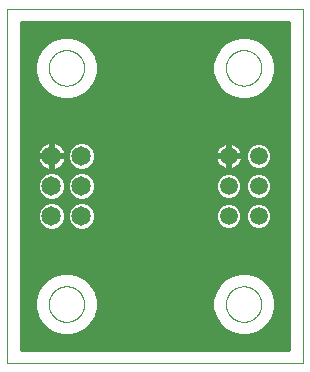
<source format=gtl>
G75*
%MOIN*%
%OFA0B0*%
%FSLAX25Y25*%
%IPPOS*%
%LPD*%
%AMOC8*
5,1,8,0,0,1.08239X$1,22.5*
%
%ADD10C,0.00000*%
%ADD11C,0.05937*%
%ADD12C,0.06496*%
%ADD13C,0.00984*%
D10*
X0001492Y0001492D02*
X0001492Y0119602D01*
X0099917Y0119602D01*
X0099917Y0001492D01*
X0001492Y0001492D01*
X0015271Y0021177D02*
X0015273Y0021330D01*
X0015279Y0021484D01*
X0015289Y0021637D01*
X0015303Y0021789D01*
X0015321Y0021942D01*
X0015343Y0022093D01*
X0015368Y0022244D01*
X0015398Y0022395D01*
X0015432Y0022545D01*
X0015469Y0022693D01*
X0015510Y0022841D01*
X0015555Y0022987D01*
X0015604Y0023133D01*
X0015657Y0023277D01*
X0015713Y0023419D01*
X0015773Y0023560D01*
X0015837Y0023700D01*
X0015904Y0023838D01*
X0015975Y0023974D01*
X0016050Y0024108D01*
X0016127Y0024240D01*
X0016209Y0024370D01*
X0016293Y0024498D01*
X0016381Y0024624D01*
X0016472Y0024747D01*
X0016566Y0024868D01*
X0016664Y0024986D01*
X0016764Y0025102D01*
X0016868Y0025215D01*
X0016974Y0025326D01*
X0017083Y0025434D01*
X0017195Y0025539D01*
X0017309Y0025640D01*
X0017427Y0025739D01*
X0017546Y0025835D01*
X0017668Y0025928D01*
X0017793Y0026017D01*
X0017920Y0026104D01*
X0018049Y0026186D01*
X0018180Y0026266D01*
X0018313Y0026342D01*
X0018448Y0026415D01*
X0018585Y0026484D01*
X0018724Y0026549D01*
X0018864Y0026611D01*
X0019006Y0026669D01*
X0019149Y0026724D01*
X0019294Y0026775D01*
X0019440Y0026822D01*
X0019587Y0026865D01*
X0019735Y0026904D01*
X0019884Y0026940D01*
X0020034Y0026971D01*
X0020185Y0026999D01*
X0020336Y0027023D01*
X0020489Y0027043D01*
X0020641Y0027059D01*
X0020794Y0027071D01*
X0020947Y0027079D01*
X0021100Y0027083D01*
X0021254Y0027083D01*
X0021407Y0027079D01*
X0021560Y0027071D01*
X0021713Y0027059D01*
X0021865Y0027043D01*
X0022018Y0027023D01*
X0022169Y0026999D01*
X0022320Y0026971D01*
X0022470Y0026940D01*
X0022619Y0026904D01*
X0022767Y0026865D01*
X0022914Y0026822D01*
X0023060Y0026775D01*
X0023205Y0026724D01*
X0023348Y0026669D01*
X0023490Y0026611D01*
X0023630Y0026549D01*
X0023769Y0026484D01*
X0023906Y0026415D01*
X0024041Y0026342D01*
X0024174Y0026266D01*
X0024305Y0026186D01*
X0024434Y0026104D01*
X0024561Y0026017D01*
X0024686Y0025928D01*
X0024808Y0025835D01*
X0024927Y0025739D01*
X0025045Y0025640D01*
X0025159Y0025539D01*
X0025271Y0025434D01*
X0025380Y0025326D01*
X0025486Y0025215D01*
X0025590Y0025102D01*
X0025690Y0024986D01*
X0025788Y0024868D01*
X0025882Y0024747D01*
X0025973Y0024624D01*
X0026061Y0024498D01*
X0026145Y0024370D01*
X0026227Y0024240D01*
X0026304Y0024108D01*
X0026379Y0023974D01*
X0026450Y0023838D01*
X0026517Y0023700D01*
X0026581Y0023560D01*
X0026641Y0023419D01*
X0026697Y0023277D01*
X0026750Y0023133D01*
X0026799Y0022987D01*
X0026844Y0022841D01*
X0026885Y0022693D01*
X0026922Y0022545D01*
X0026956Y0022395D01*
X0026986Y0022244D01*
X0027011Y0022093D01*
X0027033Y0021942D01*
X0027051Y0021789D01*
X0027065Y0021637D01*
X0027075Y0021484D01*
X0027081Y0021330D01*
X0027083Y0021177D01*
X0027081Y0021024D01*
X0027075Y0020870D01*
X0027065Y0020717D01*
X0027051Y0020565D01*
X0027033Y0020412D01*
X0027011Y0020261D01*
X0026986Y0020110D01*
X0026956Y0019959D01*
X0026922Y0019809D01*
X0026885Y0019661D01*
X0026844Y0019513D01*
X0026799Y0019367D01*
X0026750Y0019221D01*
X0026697Y0019077D01*
X0026641Y0018935D01*
X0026581Y0018794D01*
X0026517Y0018654D01*
X0026450Y0018516D01*
X0026379Y0018380D01*
X0026304Y0018246D01*
X0026227Y0018114D01*
X0026145Y0017984D01*
X0026061Y0017856D01*
X0025973Y0017730D01*
X0025882Y0017607D01*
X0025788Y0017486D01*
X0025690Y0017368D01*
X0025590Y0017252D01*
X0025486Y0017139D01*
X0025380Y0017028D01*
X0025271Y0016920D01*
X0025159Y0016815D01*
X0025045Y0016714D01*
X0024927Y0016615D01*
X0024808Y0016519D01*
X0024686Y0016426D01*
X0024561Y0016337D01*
X0024434Y0016250D01*
X0024305Y0016168D01*
X0024174Y0016088D01*
X0024041Y0016012D01*
X0023906Y0015939D01*
X0023769Y0015870D01*
X0023630Y0015805D01*
X0023490Y0015743D01*
X0023348Y0015685D01*
X0023205Y0015630D01*
X0023060Y0015579D01*
X0022914Y0015532D01*
X0022767Y0015489D01*
X0022619Y0015450D01*
X0022470Y0015414D01*
X0022320Y0015383D01*
X0022169Y0015355D01*
X0022018Y0015331D01*
X0021865Y0015311D01*
X0021713Y0015295D01*
X0021560Y0015283D01*
X0021407Y0015275D01*
X0021254Y0015271D01*
X0021100Y0015271D01*
X0020947Y0015275D01*
X0020794Y0015283D01*
X0020641Y0015295D01*
X0020489Y0015311D01*
X0020336Y0015331D01*
X0020185Y0015355D01*
X0020034Y0015383D01*
X0019884Y0015414D01*
X0019735Y0015450D01*
X0019587Y0015489D01*
X0019440Y0015532D01*
X0019294Y0015579D01*
X0019149Y0015630D01*
X0019006Y0015685D01*
X0018864Y0015743D01*
X0018724Y0015805D01*
X0018585Y0015870D01*
X0018448Y0015939D01*
X0018313Y0016012D01*
X0018180Y0016088D01*
X0018049Y0016168D01*
X0017920Y0016250D01*
X0017793Y0016337D01*
X0017668Y0016426D01*
X0017546Y0016519D01*
X0017427Y0016615D01*
X0017309Y0016714D01*
X0017195Y0016815D01*
X0017083Y0016920D01*
X0016974Y0017028D01*
X0016868Y0017139D01*
X0016764Y0017252D01*
X0016664Y0017368D01*
X0016566Y0017486D01*
X0016472Y0017607D01*
X0016381Y0017730D01*
X0016293Y0017856D01*
X0016209Y0017984D01*
X0016127Y0018114D01*
X0016050Y0018246D01*
X0015975Y0018380D01*
X0015904Y0018516D01*
X0015837Y0018654D01*
X0015773Y0018794D01*
X0015713Y0018935D01*
X0015657Y0019077D01*
X0015604Y0019221D01*
X0015555Y0019367D01*
X0015510Y0019513D01*
X0015469Y0019661D01*
X0015432Y0019809D01*
X0015398Y0019959D01*
X0015368Y0020110D01*
X0015343Y0020261D01*
X0015321Y0020412D01*
X0015303Y0020565D01*
X0015289Y0020717D01*
X0015279Y0020870D01*
X0015273Y0021024D01*
X0015271Y0021177D01*
X0074326Y0021177D02*
X0074328Y0021330D01*
X0074334Y0021484D01*
X0074344Y0021637D01*
X0074358Y0021789D01*
X0074376Y0021942D01*
X0074398Y0022093D01*
X0074423Y0022244D01*
X0074453Y0022395D01*
X0074487Y0022545D01*
X0074524Y0022693D01*
X0074565Y0022841D01*
X0074610Y0022987D01*
X0074659Y0023133D01*
X0074712Y0023277D01*
X0074768Y0023419D01*
X0074828Y0023560D01*
X0074892Y0023700D01*
X0074959Y0023838D01*
X0075030Y0023974D01*
X0075105Y0024108D01*
X0075182Y0024240D01*
X0075264Y0024370D01*
X0075348Y0024498D01*
X0075436Y0024624D01*
X0075527Y0024747D01*
X0075621Y0024868D01*
X0075719Y0024986D01*
X0075819Y0025102D01*
X0075923Y0025215D01*
X0076029Y0025326D01*
X0076138Y0025434D01*
X0076250Y0025539D01*
X0076364Y0025640D01*
X0076482Y0025739D01*
X0076601Y0025835D01*
X0076723Y0025928D01*
X0076848Y0026017D01*
X0076975Y0026104D01*
X0077104Y0026186D01*
X0077235Y0026266D01*
X0077368Y0026342D01*
X0077503Y0026415D01*
X0077640Y0026484D01*
X0077779Y0026549D01*
X0077919Y0026611D01*
X0078061Y0026669D01*
X0078204Y0026724D01*
X0078349Y0026775D01*
X0078495Y0026822D01*
X0078642Y0026865D01*
X0078790Y0026904D01*
X0078939Y0026940D01*
X0079089Y0026971D01*
X0079240Y0026999D01*
X0079391Y0027023D01*
X0079544Y0027043D01*
X0079696Y0027059D01*
X0079849Y0027071D01*
X0080002Y0027079D01*
X0080155Y0027083D01*
X0080309Y0027083D01*
X0080462Y0027079D01*
X0080615Y0027071D01*
X0080768Y0027059D01*
X0080920Y0027043D01*
X0081073Y0027023D01*
X0081224Y0026999D01*
X0081375Y0026971D01*
X0081525Y0026940D01*
X0081674Y0026904D01*
X0081822Y0026865D01*
X0081969Y0026822D01*
X0082115Y0026775D01*
X0082260Y0026724D01*
X0082403Y0026669D01*
X0082545Y0026611D01*
X0082685Y0026549D01*
X0082824Y0026484D01*
X0082961Y0026415D01*
X0083096Y0026342D01*
X0083229Y0026266D01*
X0083360Y0026186D01*
X0083489Y0026104D01*
X0083616Y0026017D01*
X0083741Y0025928D01*
X0083863Y0025835D01*
X0083982Y0025739D01*
X0084100Y0025640D01*
X0084214Y0025539D01*
X0084326Y0025434D01*
X0084435Y0025326D01*
X0084541Y0025215D01*
X0084645Y0025102D01*
X0084745Y0024986D01*
X0084843Y0024868D01*
X0084937Y0024747D01*
X0085028Y0024624D01*
X0085116Y0024498D01*
X0085200Y0024370D01*
X0085282Y0024240D01*
X0085359Y0024108D01*
X0085434Y0023974D01*
X0085505Y0023838D01*
X0085572Y0023700D01*
X0085636Y0023560D01*
X0085696Y0023419D01*
X0085752Y0023277D01*
X0085805Y0023133D01*
X0085854Y0022987D01*
X0085899Y0022841D01*
X0085940Y0022693D01*
X0085977Y0022545D01*
X0086011Y0022395D01*
X0086041Y0022244D01*
X0086066Y0022093D01*
X0086088Y0021942D01*
X0086106Y0021789D01*
X0086120Y0021637D01*
X0086130Y0021484D01*
X0086136Y0021330D01*
X0086138Y0021177D01*
X0086136Y0021024D01*
X0086130Y0020870D01*
X0086120Y0020717D01*
X0086106Y0020565D01*
X0086088Y0020412D01*
X0086066Y0020261D01*
X0086041Y0020110D01*
X0086011Y0019959D01*
X0085977Y0019809D01*
X0085940Y0019661D01*
X0085899Y0019513D01*
X0085854Y0019367D01*
X0085805Y0019221D01*
X0085752Y0019077D01*
X0085696Y0018935D01*
X0085636Y0018794D01*
X0085572Y0018654D01*
X0085505Y0018516D01*
X0085434Y0018380D01*
X0085359Y0018246D01*
X0085282Y0018114D01*
X0085200Y0017984D01*
X0085116Y0017856D01*
X0085028Y0017730D01*
X0084937Y0017607D01*
X0084843Y0017486D01*
X0084745Y0017368D01*
X0084645Y0017252D01*
X0084541Y0017139D01*
X0084435Y0017028D01*
X0084326Y0016920D01*
X0084214Y0016815D01*
X0084100Y0016714D01*
X0083982Y0016615D01*
X0083863Y0016519D01*
X0083741Y0016426D01*
X0083616Y0016337D01*
X0083489Y0016250D01*
X0083360Y0016168D01*
X0083229Y0016088D01*
X0083096Y0016012D01*
X0082961Y0015939D01*
X0082824Y0015870D01*
X0082685Y0015805D01*
X0082545Y0015743D01*
X0082403Y0015685D01*
X0082260Y0015630D01*
X0082115Y0015579D01*
X0081969Y0015532D01*
X0081822Y0015489D01*
X0081674Y0015450D01*
X0081525Y0015414D01*
X0081375Y0015383D01*
X0081224Y0015355D01*
X0081073Y0015331D01*
X0080920Y0015311D01*
X0080768Y0015295D01*
X0080615Y0015283D01*
X0080462Y0015275D01*
X0080309Y0015271D01*
X0080155Y0015271D01*
X0080002Y0015275D01*
X0079849Y0015283D01*
X0079696Y0015295D01*
X0079544Y0015311D01*
X0079391Y0015331D01*
X0079240Y0015355D01*
X0079089Y0015383D01*
X0078939Y0015414D01*
X0078790Y0015450D01*
X0078642Y0015489D01*
X0078495Y0015532D01*
X0078349Y0015579D01*
X0078204Y0015630D01*
X0078061Y0015685D01*
X0077919Y0015743D01*
X0077779Y0015805D01*
X0077640Y0015870D01*
X0077503Y0015939D01*
X0077368Y0016012D01*
X0077235Y0016088D01*
X0077104Y0016168D01*
X0076975Y0016250D01*
X0076848Y0016337D01*
X0076723Y0016426D01*
X0076601Y0016519D01*
X0076482Y0016615D01*
X0076364Y0016714D01*
X0076250Y0016815D01*
X0076138Y0016920D01*
X0076029Y0017028D01*
X0075923Y0017139D01*
X0075819Y0017252D01*
X0075719Y0017368D01*
X0075621Y0017486D01*
X0075527Y0017607D01*
X0075436Y0017730D01*
X0075348Y0017856D01*
X0075264Y0017984D01*
X0075182Y0018114D01*
X0075105Y0018246D01*
X0075030Y0018380D01*
X0074959Y0018516D01*
X0074892Y0018654D01*
X0074828Y0018794D01*
X0074768Y0018935D01*
X0074712Y0019077D01*
X0074659Y0019221D01*
X0074610Y0019367D01*
X0074565Y0019513D01*
X0074524Y0019661D01*
X0074487Y0019809D01*
X0074453Y0019959D01*
X0074423Y0020110D01*
X0074398Y0020261D01*
X0074376Y0020412D01*
X0074358Y0020565D01*
X0074344Y0020717D01*
X0074334Y0020870D01*
X0074328Y0021024D01*
X0074326Y0021177D01*
X0074326Y0099917D02*
X0074328Y0100070D01*
X0074334Y0100224D01*
X0074344Y0100377D01*
X0074358Y0100529D01*
X0074376Y0100682D01*
X0074398Y0100833D01*
X0074423Y0100984D01*
X0074453Y0101135D01*
X0074487Y0101285D01*
X0074524Y0101433D01*
X0074565Y0101581D01*
X0074610Y0101727D01*
X0074659Y0101873D01*
X0074712Y0102017D01*
X0074768Y0102159D01*
X0074828Y0102300D01*
X0074892Y0102440D01*
X0074959Y0102578D01*
X0075030Y0102714D01*
X0075105Y0102848D01*
X0075182Y0102980D01*
X0075264Y0103110D01*
X0075348Y0103238D01*
X0075436Y0103364D01*
X0075527Y0103487D01*
X0075621Y0103608D01*
X0075719Y0103726D01*
X0075819Y0103842D01*
X0075923Y0103955D01*
X0076029Y0104066D01*
X0076138Y0104174D01*
X0076250Y0104279D01*
X0076364Y0104380D01*
X0076482Y0104479D01*
X0076601Y0104575D01*
X0076723Y0104668D01*
X0076848Y0104757D01*
X0076975Y0104844D01*
X0077104Y0104926D01*
X0077235Y0105006D01*
X0077368Y0105082D01*
X0077503Y0105155D01*
X0077640Y0105224D01*
X0077779Y0105289D01*
X0077919Y0105351D01*
X0078061Y0105409D01*
X0078204Y0105464D01*
X0078349Y0105515D01*
X0078495Y0105562D01*
X0078642Y0105605D01*
X0078790Y0105644D01*
X0078939Y0105680D01*
X0079089Y0105711D01*
X0079240Y0105739D01*
X0079391Y0105763D01*
X0079544Y0105783D01*
X0079696Y0105799D01*
X0079849Y0105811D01*
X0080002Y0105819D01*
X0080155Y0105823D01*
X0080309Y0105823D01*
X0080462Y0105819D01*
X0080615Y0105811D01*
X0080768Y0105799D01*
X0080920Y0105783D01*
X0081073Y0105763D01*
X0081224Y0105739D01*
X0081375Y0105711D01*
X0081525Y0105680D01*
X0081674Y0105644D01*
X0081822Y0105605D01*
X0081969Y0105562D01*
X0082115Y0105515D01*
X0082260Y0105464D01*
X0082403Y0105409D01*
X0082545Y0105351D01*
X0082685Y0105289D01*
X0082824Y0105224D01*
X0082961Y0105155D01*
X0083096Y0105082D01*
X0083229Y0105006D01*
X0083360Y0104926D01*
X0083489Y0104844D01*
X0083616Y0104757D01*
X0083741Y0104668D01*
X0083863Y0104575D01*
X0083982Y0104479D01*
X0084100Y0104380D01*
X0084214Y0104279D01*
X0084326Y0104174D01*
X0084435Y0104066D01*
X0084541Y0103955D01*
X0084645Y0103842D01*
X0084745Y0103726D01*
X0084843Y0103608D01*
X0084937Y0103487D01*
X0085028Y0103364D01*
X0085116Y0103238D01*
X0085200Y0103110D01*
X0085282Y0102980D01*
X0085359Y0102848D01*
X0085434Y0102714D01*
X0085505Y0102578D01*
X0085572Y0102440D01*
X0085636Y0102300D01*
X0085696Y0102159D01*
X0085752Y0102017D01*
X0085805Y0101873D01*
X0085854Y0101727D01*
X0085899Y0101581D01*
X0085940Y0101433D01*
X0085977Y0101285D01*
X0086011Y0101135D01*
X0086041Y0100984D01*
X0086066Y0100833D01*
X0086088Y0100682D01*
X0086106Y0100529D01*
X0086120Y0100377D01*
X0086130Y0100224D01*
X0086136Y0100070D01*
X0086138Y0099917D01*
X0086136Y0099764D01*
X0086130Y0099610D01*
X0086120Y0099457D01*
X0086106Y0099305D01*
X0086088Y0099152D01*
X0086066Y0099001D01*
X0086041Y0098850D01*
X0086011Y0098699D01*
X0085977Y0098549D01*
X0085940Y0098401D01*
X0085899Y0098253D01*
X0085854Y0098107D01*
X0085805Y0097961D01*
X0085752Y0097817D01*
X0085696Y0097675D01*
X0085636Y0097534D01*
X0085572Y0097394D01*
X0085505Y0097256D01*
X0085434Y0097120D01*
X0085359Y0096986D01*
X0085282Y0096854D01*
X0085200Y0096724D01*
X0085116Y0096596D01*
X0085028Y0096470D01*
X0084937Y0096347D01*
X0084843Y0096226D01*
X0084745Y0096108D01*
X0084645Y0095992D01*
X0084541Y0095879D01*
X0084435Y0095768D01*
X0084326Y0095660D01*
X0084214Y0095555D01*
X0084100Y0095454D01*
X0083982Y0095355D01*
X0083863Y0095259D01*
X0083741Y0095166D01*
X0083616Y0095077D01*
X0083489Y0094990D01*
X0083360Y0094908D01*
X0083229Y0094828D01*
X0083096Y0094752D01*
X0082961Y0094679D01*
X0082824Y0094610D01*
X0082685Y0094545D01*
X0082545Y0094483D01*
X0082403Y0094425D01*
X0082260Y0094370D01*
X0082115Y0094319D01*
X0081969Y0094272D01*
X0081822Y0094229D01*
X0081674Y0094190D01*
X0081525Y0094154D01*
X0081375Y0094123D01*
X0081224Y0094095D01*
X0081073Y0094071D01*
X0080920Y0094051D01*
X0080768Y0094035D01*
X0080615Y0094023D01*
X0080462Y0094015D01*
X0080309Y0094011D01*
X0080155Y0094011D01*
X0080002Y0094015D01*
X0079849Y0094023D01*
X0079696Y0094035D01*
X0079544Y0094051D01*
X0079391Y0094071D01*
X0079240Y0094095D01*
X0079089Y0094123D01*
X0078939Y0094154D01*
X0078790Y0094190D01*
X0078642Y0094229D01*
X0078495Y0094272D01*
X0078349Y0094319D01*
X0078204Y0094370D01*
X0078061Y0094425D01*
X0077919Y0094483D01*
X0077779Y0094545D01*
X0077640Y0094610D01*
X0077503Y0094679D01*
X0077368Y0094752D01*
X0077235Y0094828D01*
X0077104Y0094908D01*
X0076975Y0094990D01*
X0076848Y0095077D01*
X0076723Y0095166D01*
X0076601Y0095259D01*
X0076482Y0095355D01*
X0076364Y0095454D01*
X0076250Y0095555D01*
X0076138Y0095660D01*
X0076029Y0095768D01*
X0075923Y0095879D01*
X0075819Y0095992D01*
X0075719Y0096108D01*
X0075621Y0096226D01*
X0075527Y0096347D01*
X0075436Y0096470D01*
X0075348Y0096596D01*
X0075264Y0096724D01*
X0075182Y0096854D01*
X0075105Y0096986D01*
X0075030Y0097120D01*
X0074959Y0097256D01*
X0074892Y0097394D01*
X0074828Y0097534D01*
X0074768Y0097675D01*
X0074712Y0097817D01*
X0074659Y0097961D01*
X0074610Y0098107D01*
X0074565Y0098253D01*
X0074524Y0098401D01*
X0074487Y0098549D01*
X0074453Y0098699D01*
X0074423Y0098850D01*
X0074398Y0099001D01*
X0074376Y0099152D01*
X0074358Y0099305D01*
X0074344Y0099457D01*
X0074334Y0099610D01*
X0074328Y0099764D01*
X0074326Y0099917D01*
X0015271Y0099917D02*
X0015273Y0100070D01*
X0015279Y0100224D01*
X0015289Y0100377D01*
X0015303Y0100529D01*
X0015321Y0100682D01*
X0015343Y0100833D01*
X0015368Y0100984D01*
X0015398Y0101135D01*
X0015432Y0101285D01*
X0015469Y0101433D01*
X0015510Y0101581D01*
X0015555Y0101727D01*
X0015604Y0101873D01*
X0015657Y0102017D01*
X0015713Y0102159D01*
X0015773Y0102300D01*
X0015837Y0102440D01*
X0015904Y0102578D01*
X0015975Y0102714D01*
X0016050Y0102848D01*
X0016127Y0102980D01*
X0016209Y0103110D01*
X0016293Y0103238D01*
X0016381Y0103364D01*
X0016472Y0103487D01*
X0016566Y0103608D01*
X0016664Y0103726D01*
X0016764Y0103842D01*
X0016868Y0103955D01*
X0016974Y0104066D01*
X0017083Y0104174D01*
X0017195Y0104279D01*
X0017309Y0104380D01*
X0017427Y0104479D01*
X0017546Y0104575D01*
X0017668Y0104668D01*
X0017793Y0104757D01*
X0017920Y0104844D01*
X0018049Y0104926D01*
X0018180Y0105006D01*
X0018313Y0105082D01*
X0018448Y0105155D01*
X0018585Y0105224D01*
X0018724Y0105289D01*
X0018864Y0105351D01*
X0019006Y0105409D01*
X0019149Y0105464D01*
X0019294Y0105515D01*
X0019440Y0105562D01*
X0019587Y0105605D01*
X0019735Y0105644D01*
X0019884Y0105680D01*
X0020034Y0105711D01*
X0020185Y0105739D01*
X0020336Y0105763D01*
X0020489Y0105783D01*
X0020641Y0105799D01*
X0020794Y0105811D01*
X0020947Y0105819D01*
X0021100Y0105823D01*
X0021254Y0105823D01*
X0021407Y0105819D01*
X0021560Y0105811D01*
X0021713Y0105799D01*
X0021865Y0105783D01*
X0022018Y0105763D01*
X0022169Y0105739D01*
X0022320Y0105711D01*
X0022470Y0105680D01*
X0022619Y0105644D01*
X0022767Y0105605D01*
X0022914Y0105562D01*
X0023060Y0105515D01*
X0023205Y0105464D01*
X0023348Y0105409D01*
X0023490Y0105351D01*
X0023630Y0105289D01*
X0023769Y0105224D01*
X0023906Y0105155D01*
X0024041Y0105082D01*
X0024174Y0105006D01*
X0024305Y0104926D01*
X0024434Y0104844D01*
X0024561Y0104757D01*
X0024686Y0104668D01*
X0024808Y0104575D01*
X0024927Y0104479D01*
X0025045Y0104380D01*
X0025159Y0104279D01*
X0025271Y0104174D01*
X0025380Y0104066D01*
X0025486Y0103955D01*
X0025590Y0103842D01*
X0025690Y0103726D01*
X0025788Y0103608D01*
X0025882Y0103487D01*
X0025973Y0103364D01*
X0026061Y0103238D01*
X0026145Y0103110D01*
X0026227Y0102980D01*
X0026304Y0102848D01*
X0026379Y0102714D01*
X0026450Y0102578D01*
X0026517Y0102440D01*
X0026581Y0102300D01*
X0026641Y0102159D01*
X0026697Y0102017D01*
X0026750Y0101873D01*
X0026799Y0101727D01*
X0026844Y0101581D01*
X0026885Y0101433D01*
X0026922Y0101285D01*
X0026956Y0101135D01*
X0026986Y0100984D01*
X0027011Y0100833D01*
X0027033Y0100682D01*
X0027051Y0100529D01*
X0027065Y0100377D01*
X0027075Y0100224D01*
X0027081Y0100070D01*
X0027083Y0099917D01*
X0027081Y0099764D01*
X0027075Y0099610D01*
X0027065Y0099457D01*
X0027051Y0099305D01*
X0027033Y0099152D01*
X0027011Y0099001D01*
X0026986Y0098850D01*
X0026956Y0098699D01*
X0026922Y0098549D01*
X0026885Y0098401D01*
X0026844Y0098253D01*
X0026799Y0098107D01*
X0026750Y0097961D01*
X0026697Y0097817D01*
X0026641Y0097675D01*
X0026581Y0097534D01*
X0026517Y0097394D01*
X0026450Y0097256D01*
X0026379Y0097120D01*
X0026304Y0096986D01*
X0026227Y0096854D01*
X0026145Y0096724D01*
X0026061Y0096596D01*
X0025973Y0096470D01*
X0025882Y0096347D01*
X0025788Y0096226D01*
X0025690Y0096108D01*
X0025590Y0095992D01*
X0025486Y0095879D01*
X0025380Y0095768D01*
X0025271Y0095660D01*
X0025159Y0095555D01*
X0025045Y0095454D01*
X0024927Y0095355D01*
X0024808Y0095259D01*
X0024686Y0095166D01*
X0024561Y0095077D01*
X0024434Y0094990D01*
X0024305Y0094908D01*
X0024174Y0094828D01*
X0024041Y0094752D01*
X0023906Y0094679D01*
X0023769Y0094610D01*
X0023630Y0094545D01*
X0023490Y0094483D01*
X0023348Y0094425D01*
X0023205Y0094370D01*
X0023060Y0094319D01*
X0022914Y0094272D01*
X0022767Y0094229D01*
X0022619Y0094190D01*
X0022470Y0094154D01*
X0022320Y0094123D01*
X0022169Y0094095D01*
X0022018Y0094071D01*
X0021865Y0094051D01*
X0021713Y0094035D01*
X0021560Y0094023D01*
X0021407Y0094015D01*
X0021254Y0094011D01*
X0021100Y0094011D01*
X0020947Y0094015D01*
X0020794Y0094023D01*
X0020641Y0094035D01*
X0020489Y0094051D01*
X0020336Y0094071D01*
X0020185Y0094095D01*
X0020034Y0094123D01*
X0019884Y0094154D01*
X0019735Y0094190D01*
X0019587Y0094229D01*
X0019440Y0094272D01*
X0019294Y0094319D01*
X0019149Y0094370D01*
X0019006Y0094425D01*
X0018864Y0094483D01*
X0018724Y0094545D01*
X0018585Y0094610D01*
X0018448Y0094679D01*
X0018313Y0094752D01*
X0018180Y0094828D01*
X0018049Y0094908D01*
X0017920Y0094990D01*
X0017793Y0095077D01*
X0017668Y0095166D01*
X0017546Y0095259D01*
X0017427Y0095355D01*
X0017309Y0095454D01*
X0017195Y0095555D01*
X0017083Y0095660D01*
X0016974Y0095768D01*
X0016868Y0095879D01*
X0016764Y0095992D01*
X0016664Y0096108D01*
X0016566Y0096226D01*
X0016472Y0096347D01*
X0016381Y0096470D01*
X0016293Y0096596D01*
X0016209Y0096724D01*
X0016127Y0096854D01*
X0016050Y0096986D01*
X0015975Y0097120D01*
X0015904Y0097256D01*
X0015837Y0097394D01*
X0015773Y0097534D01*
X0015713Y0097675D01*
X0015657Y0097817D01*
X0015604Y0097961D01*
X0015555Y0098107D01*
X0015510Y0098253D01*
X0015469Y0098401D01*
X0015432Y0098549D01*
X0015398Y0098699D01*
X0015368Y0098850D01*
X0015343Y0099001D01*
X0015321Y0099152D01*
X0015303Y0099305D01*
X0015289Y0099457D01*
X0015279Y0099610D01*
X0015273Y0099764D01*
X0015271Y0099917D01*
D11*
X0075232Y0070547D03*
X0075232Y0060547D03*
X0075232Y0050547D03*
X0085232Y0050547D03*
X0085232Y0060547D03*
X0085232Y0070547D03*
D12*
X0026177Y0070547D03*
X0026177Y0060547D03*
X0026177Y0050547D03*
X0016177Y0050547D03*
X0016177Y0060547D03*
X0016177Y0070547D03*
D13*
X0015685Y0070286D02*
X0005984Y0070286D01*
X0005984Y0071268D02*
X0011492Y0071268D01*
X0011456Y0071039D02*
X0015685Y0071039D01*
X0015685Y0070055D01*
X0016669Y0070055D01*
X0016669Y0065826D01*
X0017287Y0065924D01*
X0017997Y0066154D01*
X0018662Y0066493D01*
X0019265Y0066932D01*
X0019793Y0067459D01*
X0020231Y0068063D01*
X0020570Y0068728D01*
X0020801Y0069437D01*
X0020898Y0070055D01*
X0016669Y0070055D01*
X0016669Y0071039D01*
X0020898Y0071039D01*
X0020801Y0071657D01*
X0020570Y0072367D01*
X0020231Y0073032D01*
X0019793Y0073635D01*
X0019265Y0074163D01*
X0018662Y0074601D01*
X0017997Y0074940D01*
X0017287Y0075171D01*
X0016669Y0075269D01*
X0016669Y0071039D01*
X0015685Y0071039D01*
X0015685Y0075269D01*
X0015067Y0075171D01*
X0014358Y0074940D01*
X0013693Y0074601D01*
X0013089Y0074163D01*
X0012562Y0073635D01*
X0012123Y0073032D01*
X0011784Y0072367D01*
X0011554Y0071657D01*
X0011456Y0071039D01*
X0011456Y0070055D02*
X0011554Y0069437D01*
X0011784Y0068728D01*
X0012123Y0068063D01*
X0012562Y0067459D01*
X0013089Y0066932D01*
X0013693Y0066493D01*
X0014358Y0066154D01*
X0015067Y0065924D01*
X0015685Y0065826D01*
X0015685Y0070055D01*
X0011456Y0070055D01*
X0011597Y0069303D02*
X0005984Y0069303D01*
X0005984Y0068320D02*
X0011992Y0068320D01*
X0012684Y0067337D02*
X0005984Y0067337D01*
X0005984Y0066355D02*
X0013965Y0066355D01*
X0015274Y0065087D02*
X0013605Y0064396D01*
X0012328Y0063119D01*
X0011637Y0061450D01*
X0011637Y0059644D01*
X0012328Y0057975D01*
X0013605Y0056698D01*
X0015274Y0056007D01*
X0017080Y0056007D01*
X0018749Y0056698D01*
X0020026Y0057975D01*
X0020717Y0059644D01*
X0020717Y0061450D01*
X0020026Y0063119D01*
X0018749Y0064396D01*
X0017080Y0065087D01*
X0015274Y0065087D01*
X0015685Y0066355D02*
X0016669Y0066355D01*
X0016669Y0067337D02*
X0015685Y0067337D01*
X0015685Y0068320D02*
X0016669Y0068320D01*
X0016669Y0069303D02*
X0015685Y0069303D01*
X0016669Y0070286D02*
X0021637Y0070286D01*
X0021637Y0069644D02*
X0022328Y0067975D01*
X0023605Y0066698D01*
X0025274Y0066007D01*
X0027080Y0066007D01*
X0028749Y0066698D01*
X0030026Y0067975D01*
X0030717Y0069644D01*
X0030717Y0071450D01*
X0030026Y0073119D01*
X0028749Y0074396D01*
X0027080Y0075087D01*
X0025274Y0075087D01*
X0023605Y0074396D01*
X0022328Y0073119D01*
X0021637Y0071450D01*
X0021637Y0069644D01*
X0021778Y0069303D02*
X0020757Y0069303D01*
X0020362Y0068320D02*
X0022185Y0068320D01*
X0022966Y0067337D02*
X0019671Y0067337D01*
X0018390Y0066355D02*
X0024435Y0066355D01*
X0025274Y0065087D02*
X0023605Y0064396D01*
X0022328Y0063119D01*
X0021637Y0061450D01*
X0021637Y0059644D01*
X0022328Y0057975D01*
X0023605Y0056698D01*
X0025274Y0056007D01*
X0027080Y0056007D01*
X0028749Y0056698D01*
X0030026Y0057975D01*
X0030717Y0059644D01*
X0030717Y0061450D01*
X0030026Y0063119D01*
X0028749Y0064396D01*
X0027080Y0065087D01*
X0025274Y0065087D01*
X0023598Y0064389D02*
X0018756Y0064389D01*
X0019739Y0063406D02*
X0022615Y0063406D01*
X0022040Y0062423D02*
X0020314Y0062423D01*
X0020717Y0061441D02*
X0021637Y0061441D01*
X0021637Y0060458D02*
X0020717Y0060458D01*
X0020647Y0059475D02*
X0021707Y0059475D01*
X0022114Y0058492D02*
X0020240Y0058492D01*
X0019560Y0057510D02*
X0022794Y0057510D01*
X0024019Y0056527D02*
X0018335Y0056527D01*
X0018350Y0054561D02*
X0024004Y0054561D01*
X0023605Y0054396D02*
X0022328Y0053119D01*
X0021637Y0051450D01*
X0021637Y0049644D01*
X0022328Y0047975D01*
X0023605Y0046698D01*
X0025274Y0046007D01*
X0027080Y0046007D01*
X0028749Y0046698D01*
X0030026Y0047975D01*
X0030717Y0049644D01*
X0030717Y0051450D01*
X0030026Y0053119D01*
X0028749Y0054396D01*
X0027080Y0055087D01*
X0025274Y0055087D01*
X0023605Y0054396D01*
X0022788Y0053579D02*
X0019567Y0053579D01*
X0020026Y0053119D02*
X0018749Y0054396D01*
X0017080Y0055087D01*
X0015274Y0055087D01*
X0013605Y0054396D01*
X0012328Y0053119D01*
X0011637Y0051450D01*
X0011637Y0049644D01*
X0012328Y0047975D01*
X0013605Y0046698D01*
X0015274Y0046007D01*
X0017080Y0046007D01*
X0018749Y0046698D01*
X0020026Y0047975D01*
X0020717Y0049644D01*
X0020717Y0051450D01*
X0020026Y0053119D01*
X0020243Y0052596D02*
X0022111Y0052596D01*
X0021704Y0051613D02*
X0020650Y0051613D01*
X0020717Y0050630D02*
X0021637Y0050630D01*
X0021637Y0049648D02*
X0020717Y0049648D01*
X0020312Y0048665D02*
X0022043Y0048665D01*
X0022622Y0047682D02*
X0019733Y0047682D01*
X0018750Y0046699D02*
X0023604Y0046699D01*
X0028750Y0046699D02*
X0073389Y0046699D01*
X0072819Y0046935D02*
X0074385Y0046287D01*
X0076080Y0046287D01*
X0077646Y0046935D01*
X0078844Y0048134D01*
X0079493Y0049700D01*
X0079493Y0051395D01*
X0078844Y0052961D01*
X0077646Y0054159D01*
X0076080Y0054808D01*
X0074385Y0054808D01*
X0072819Y0054159D01*
X0071620Y0052961D01*
X0070972Y0051395D01*
X0070972Y0049700D01*
X0071620Y0048134D01*
X0072819Y0046935D01*
X0072072Y0047682D02*
X0029733Y0047682D01*
X0030312Y0048665D02*
X0071400Y0048665D01*
X0070993Y0049648D02*
X0030717Y0049648D01*
X0030717Y0050630D02*
X0070972Y0050630D01*
X0071062Y0051613D02*
X0030650Y0051613D01*
X0030243Y0052596D02*
X0071469Y0052596D01*
X0072238Y0053579D02*
X0029567Y0053579D01*
X0028350Y0054561D02*
X0073790Y0054561D01*
X0074385Y0056287D02*
X0076080Y0056287D01*
X0077646Y0056935D01*
X0078844Y0058134D01*
X0079493Y0059700D01*
X0079493Y0061395D01*
X0078844Y0062961D01*
X0077646Y0064159D01*
X0076080Y0064808D01*
X0074385Y0064808D01*
X0072819Y0064159D01*
X0071620Y0062961D01*
X0070972Y0061395D01*
X0070972Y0059700D01*
X0071620Y0058134D01*
X0072819Y0056935D01*
X0074385Y0056287D01*
X0073805Y0056527D02*
X0028335Y0056527D01*
X0029560Y0057510D02*
X0072244Y0057510D01*
X0071472Y0058492D02*
X0030240Y0058492D01*
X0030647Y0059475D02*
X0071065Y0059475D01*
X0070972Y0060458D02*
X0030717Y0060458D01*
X0030717Y0061441D02*
X0070991Y0061441D01*
X0071398Y0062423D02*
X0030314Y0062423D01*
X0029739Y0063406D02*
X0072066Y0063406D01*
X0073373Y0064389D02*
X0028756Y0064389D01*
X0027919Y0066355D02*
X0073701Y0066355D01*
X0073520Y0066413D02*
X0074188Y0066196D01*
X0074740Y0066109D01*
X0074740Y0070055D01*
X0070794Y0070055D01*
X0070881Y0069503D01*
X0071098Y0068835D01*
X0071417Y0068209D01*
X0071830Y0067641D01*
X0072326Y0067145D01*
X0072894Y0066732D01*
X0073520Y0066413D01*
X0074740Y0066355D02*
X0075724Y0066355D01*
X0075724Y0066109D02*
X0076277Y0066196D01*
X0076945Y0066413D01*
X0077570Y0066732D01*
X0078138Y0067145D01*
X0078635Y0067641D01*
X0079047Y0068209D01*
X0079366Y0068835D01*
X0079583Y0069503D01*
X0079671Y0070055D01*
X0075724Y0070055D01*
X0075724Y0066109D01*
X0076763Y0066355D02*
X0084221Y0066355D01*
X0084385Y0066287D02*
X0086080Y0066287D01*
X0087646Y0066935D01*
X0088844Y0068134D01*
X0089493Y0069700D01*
X0089493Y0071395D01*
X0088844Y0072961D01*
X0087646Y0074159D01*
X0086080Y0074808D01*
X0084385Y0074808D01*
X0082819Y0074159D01*
X0081620Y0072961D01*
X0080972Y0071395D01*
X0080972Y0069700D01*
X0081620Y0068134D01*
X0082819Y0066935D01*
X0084385Y0066287D01*
X0084385Y0064808D02*
X0082819Y0064159D01*
X0081620Y0062961D01*
X0080972Y0061395D01*
X0080972Y0059700D01*
X0081620Y0058134D01*
X0082819Y0056935D01*
X0084385Y0056287D01*
X0086080Y0056287D01*
X0087646Y0056935D01*
X0088844Y0058134D01*
X0089493Y0059700D01*
X0089493Y0061395D01*
X0088844Y0062961D01*
X0087646Y0064159D01*
X0086080Y0064808D01*
X0084385Y0064808D01*
X0083373Y0064389D02*
X0077091Y0064389D01*
X0078399Y0063406D02*
X0082066Y0063406D01*
X0081398Y0062423D02*
X0079067Y0062423D01*
X0079474Y0061441D02*
X0080991Y0061441D01*
X0080972Y0060458D02*
X0079493Y0060458D01*
X0079400Y0059475D02*
X0081065Y0059475D01*
X0081472Y0058492D02*
X0078993Y0058492D01*
X0078220Y0057510D02*
X0082244Y0057510D01*
X0083805Y0056527D02*
X0076660Y0056527D01*
X0076675Y0054561D02*
X0083790Y0054561D01*
X0084385Y0054808D02*
X0082819Y0054159D01*
X0081620Y0052961D01*
X0080972Y0051395D01*
X0080972Y0049700D01*
X0081620Y0048134D01*
X0082819Y0046935D01*
X0084385Y0046287D01*
X0086080Y0046287D01*
X0087646Y0046935D01*
X0088844Y0048134D01*
X0089493Y0049700D01*
X0089493Y0051395D01*
X0088844Y0052961D01*
X0087646Y0054159D01*
X0086080Y0054808D01*
X0084385Y0054808D01*
X0086675Y0054561D02*
X0095425Y0054561D01*
X0095425Y0053579D02*
X0088226Y0053579D01*
X0088995Y0052596D02*
X0095425Y0052596D01*
X0095425Y0051613D02*
X0089402Y0051613D01*
X0089493Y0050630D02*
X0095425Y0050630D01*
X0095425Y0049648D02*
X0089471Y0049648D01*
X0089064Y0048665D02*
X0095425Y0048665D01*
X0095425Y0047682D02*
X0088392Y0047682D01*
X0087076Y0046699D02*
X0095425Y0046699D01*
X0095425Y0045716D02*
X0005984Y0045716D01*
X0005984Y0044734D02*
X0095425Y0044734D01*
X0095425Y0043751D02*
X0005984Y0043751D01*
X0005984Y0042768D02*
X0095425Y0042768D01*
X0095425Y0041785D02*
X0005984Y0041785D01*
X0005984Y0040803D02*
X0095425Y0040803D01*
X0095425Y0039820D02*
X0005984Y0039820D01*
X0005984Y0038837D02*
X0095425Y0038837D01*
X0095425Y0037854D02*
X0005984Y0037854D01*
X0005984Y0036872D02*
X0095425Y0036872D01*
X0095425Y0035889D02*
X0005984Y0035889D01*
X0005984Y0034906D02*
X0095425Y0034906D01*
X0095425Y0033923D02*
X0005984Y0033923D01*
X0005984Y0032941D02*
X0095425Y0032941D01*
X0095425Y0031958D02*
X0005984Y0031958D01*
X0005984Y0030975D02*
X0017570Y0030975D01*
X0017164Y0030866D02*
X0014793Y0029497D01*
X0012857Y0027561D01*
X0011488Y0025191D01*
X0010780Y0022546D01*
X0010780Y0019808D01*
X0011488Y0017164D01*
X0012857Y0014793D01*
X0014793Y0012857D01*
X0017164Y0011488D01*
X0019808Y0010780D01*
X0022546Y0010780D01*
X0025191Y0011488D01*
X0027561Y0012857D01*
X0029497Y0014793D01*
X0030866Y0017164D01*
X0031575Y0019808D01*
X0031575Y0022546D01*
X0030866Y0025191D01*
X0029497Y0027561D01*
X0027561Y0029497D01*
X0025191Y0030866D01*
X0022546Y0031575D01*
X0019808Y0031575D01*
X0017164Y0030866D01*
X0015650Y0029992D02*
X0005984Y0029992D01*
X0005984Y0029009D02*
X0014305Y0029009D01*
X0013322Y0028027D02*
X0005984Y0028027D01*
X0005984Y0027044D02*
X0012558Y0027044D01*
X0011991Y0026061D02*
X0005984Y0026061D01*
X0005984Y0025078D02*
X0011458Y0025078D01*
X0011195Y0024096D02*
X0005984Y0024096D01*
X0005984Y0023113D02*
X0010931Y0023113D01*
X0010780Y0022130D02*
X0005984Y0022130D01*
X0005984Y0021147D02*
X0010780Y0021147D01*
X0010780Y0020165D02*
X0005984Y0020165D01*
X0005984Y0019182D02*
X0010947Y0019182D01*
X0011211Y0018199D02*
X0005984Y0018199D01*
X0005984Y0017216D02*
X0011474Y0017216D01*
X0012025Y0016234D02*
X0005984Y0016234D01*
X0005984Y0015251D02*
X0012593Y0015251D01*
X0013382Y0014268D02*
X0005984Y0014268D01*
X0005984Y0013285D02*
X0014365Y0013285D01*
X0015753Y0012303D02*
X0005984Y0012303D01*
X0005984Y0011320D02*
X0017792Y0011320D01*
X0024562Y0011320D02*
X0076847Y0011320D01*
X0076219Y0011488D02*
X0078863Y0010780D01*
X0081601Y0010780D01*
X0084246Y0011488D01*
X0086617Y0012857D01*
X0088552Y0014793D01*
X0089921Y0017164D01*
X0090630Y0019808D01*
X0090630Y0022546D01*
X0089921Y0025191D01*
X0088552Y0027561D01*
X0086617Y0029497D01*
X0084246Y0030866D01*
X0081601Y0031575D01*
X0078863Y0031575D01*
X0076219Y0030866D01*
X0073848Y0029497D01*
X0071912Y0027561D01*
X0070543Y0025191D01*
X0069835Y0022546D01*
X0069835Y0019808D01*
X0070543Y0017164D01*
X0071912Y0014793D01*
X0073848Y0012857D01*
X0076219Y0011488D01*
X0074808Y0012303D02*
X0026601Y0012303D01*
X0027990Y0013285D02*
X0073420Y0013285D01*
X0072437Y0014268D02*
X0028973Y0014268D01*
X0029762Y0015251D02*
X0071648Y0015251D01*
X0071080Y0016234D02*
X0030329Y0016234D01*
X0030880Y0017216D02*
X0070529Y0017216D01*
X0070266Y0018199D02*
X0031144Y0018199D01*
X0031407Y0019182D02*
X0070002Y0019182D01*
X0069835Y0020165D02*
X0031575Y0020165D01*
X0031575Y0021147D02*
X0069835Y0021147D01*
X0069835Y0022130D02*
X0031575Y0022130D01*
X0031423Y0023113D02*
X0069987Y0023113D01*
X0070250Y0024096D02*
X0031160Y0024096D01*
X0030896Y0025078D02*
X0070513Y0025078D01*
X0071046Y0026061D02*
X0030364Y0026061D01*
X0029796Y0027044D02*
X0071613Y0027044D01*
X0072377Y0028027D02*
X0029032Y0028027D01*
X0028049Y0029009D02*
X0073360Y0029009D01*
X0074705Y0029992D02*
X0026704Y0029992D01*
X0024784Y0030975D02*
X0076625Y0030975D01*
X0083840Y0030975D02*
X0095425Y0030975D01*
X0095425Y0029992D02*
X0085759Y0029992D01*
X0087104Y0029009D02*
X0095425Y0029009D01*
X0095425Y0028027D02*
X0088087Y0028027D01*
X0088851Y0027044D02*
X0095425Y0027044D01*
X0095425Y0026061D02*
X0089419Y0026061D01*
X0089951Y0025078D02*
X0095425Y0025078D01*
X0095425Y0024096D02*
X0090215Y0024096D01*
X0090478Y0023113D02*
X0095425Y0023113D01*
X0095425Y0022130D02*
X0090630Y0022130D01*
X0090630Y0021147D02*
X0095425Y0021147D01*
X0095425Y0020165D02*
X0090630Y0020165D01*
X0090462Y0019182D02*
X0095425Y0019182D01*
X0095425Y0018199D02*
X0090199Y0018199D01*
X0089935Y0017216D02*
X0095425Y0017216D01*
X0095425Y0016234D02*
X0089384Y0016234D01*
X0088817Y0015251D02*
X0095425Y0015251D01*
X0095425Y0014268D02*
X0088028Y0014268D01*
X0087045Y0013285D02*
X0095425Y0013285D01*
X0095425Y0012303D02*
X0085656Y0012303D01*
X0083617Y0011320D02*
X0095425Y0011320D01*
X0095425Y0010337D02*
X0005984Y0010337D01*
X0005984Y0009354D02*
X0095425Y0009354D01*
X0095425Y0008371D02*
X0005984Y0008371D01*
X0005984Y0007389D02*
X0095425Y0007389D01*
X0095425Y0006406D02*
X0005984Y0006406D01*
X0005984Y0005984D02*
X0005984Y0115110D01*
X0095425Y0115110D01*
X0095425Y0005984D01*
X0005984Y0005984D01*
X0005984Y0046699D02*
X0013604Y0046699D01*
X0012622Y0047682D02*
X0005984Y0047682D01*
X0005984Y0048665D02*
X0012043Y0048665D01*
X0011637Y0049648D02*
X0005984Y0049648D01*
X0005984Y0050630D02*
X0011637Y0050630D01*
X0011704Y0051613D02*
X0005984Y0051613D01*
X0005984Y0052596D02*
X0012111Y0052596D01*
X0012788Y0053579D02*
X0005984Y0053579D01*
X0005984Y0054561D02*
X0014004Y0054561D01*
X0014019Y0056527D02*
X0005984Y0056527D01*
X0005984Y0057510D02*
X0012794Y0057510D01*
X0012114Y0058492D02*
X0005984Y0058492D01*
X0005984Y0059475D02*
X0011707Y0059475D01*
X0011637Y0060458D02*
X0005984Y0060458D01*
X0005984Y0061441D02*
X0011637Y0061441D01*
X0012040Y0062423D02*
X0005984Y0062423D01*
X0005984Y0063406D02*
X0012615Y0063406D01*
X0013598Y0064389D02*
X0005984Y0064389D01*
X0005984Y0065372D02*
X0095425Y0065372D01*
X0095425Y0066355D02*
X0086244Y0066355D01*
X0088048Y0067337D02*
X0095425Y0067337D01*
X0095425Y0068320D02*
X0088921Y0068320D01*
X0089328Y0069303D02*
X0095425Y0069303D01*
X0095425Y0070286D02*
X0089493Y0070286D01*
X0089493Y0071268D02*
X0095425Y0071268D01*
X0095425Y0072251D02*
X0089138Y0072251D01*
X0088571Y0073234D02*
X0095425Y0073234D01*
X0095425Y0074217D02*
X0087507Y0074217D01*
X0082957Y0074217D02*
X0077771Y0074217D01*
X0077570Y0074362D02*
X0076945Y0074681D01*
X0076277Y0074898D01*
X0075724Y0074986D01*
X0075724Y0071039D01*
X0079671Y0071039D01*
X0079583Y0071592D01*
X0079366Y0072260D01*
X0079047Y0072885D01*
X0078635Y0073453D01*
X0078138Y0073950D01*
X0077570Y0074362D01*
X0078794Y0073234D02*
X0081893Y0073234D01*
X0081326Y0072251D02*
X0079369Y0072251D01*
X0079634Y0071268D02*
X0080972Y0071268D01*
X0080972Y0070286D02*
X0075724Y0070286D01*
X0075724Y0070055D02*
X0075724Y0071039D01*
X0074740Y0071039D01*
X0074740Y0070055D01*
X0075724Y0070055D01*
X0075724Y0069303D02*
X0074740Y0069303D01*
X0074740Y0070286D02*
X0030717Y0070286D01*
X0030717Y0071268D02*
X0070830Y0071268D01*
X0070794Y0071039D02*
X0074740Y0071039D01*
X0074740Y0074986D01*
X0074188Y0074898D01*
X0073520Y0074681D01*
X0072894Y0074362D01*
X0072326Y0073950D01*
X0071830Y0073453D01*
X0071417Y0072885D01*
X0071098Y0072260D01*
X0070881Y0071592D01*
X0070794Y0071039D01*
X0071096Y0072251D02*
X0030386Y0072251D01*
X0029911Y0073234D02*
X0071671Y0073234D01*
X0072694Y0074217D02*
X0028929Y0074217D01*
X0030576Y0069303D02*
X0070946Y0069303D01*
X0071361Y0068320D02*
X0030169Y0068320D01*
X0029388Y0067337D02*
X0072134Y0067337D01*
X0074740Y0067337D02*
X0075724Y0067337D01*
X0075724Y0068320D02*
X0074740Y0068320D01*
X0074740Y0071268D02*
X0075724Y0071268D01*
X0075724Y0072251D02*
X0074740Y0072251D01*
X0074740Y0073234D02*
X0075724Y0073234D01*
X0075724Y0074217D02*
X0074740Y0074217D01*
X0079518Y0069303D02*
X0081136Y0069303D01*
X0081543Y0068320D02*
X0079104Y0068320D01*
X0078331Y0067337D02*
X0082417Y0067337D01*
X0087091Y0064389D02*
X0095425Y0064389D01*
X0095425Y0063406D02*
X0088399Y0063406D01*
X0089067Y0062423D02*
X0095425Y0062423D01*
X0095425Y0061441D02*
X0089474Y0061441D01*
X0089493Y0060458D02*
X0095425Y0060458D01*
X0095425Y0059475D02*
X0089400Y0059475D01*
X0088993Y0058492D02*
X0095425Y0058492D01*
X0095425Y0057510D02*
X0088220Y0057510D01*
X0086660Y0056527D02*
X0095425Y0056527D01*
X0095425Y0055544D02*
X0005984Y0055544D01*
X0015685Y0071268D02*
X0016669Y0071268D01*
X0016669Y0072251D02*
X0015685Y0072251D01*
X0015685Y0073234D02*
X0016669Y0073234D01*
X0016669Y0074217D02*
X0015685Y0074217D01*
X0015685Y0075199D02*
X0016669Y0075199D01*
X0017106Y0075199D02*
X0095425Y0075199D01*
X0095425Y0076182D02*
X0005984Y0076182D01*
X0005984Y0075199D02*
X0015248Y0075199D01*
X0013163Y0074217D02*
X0005984Y0074217D01*
X0005984Y0073234D02*
X0012270Y0073234D01*
X0011747Y0072251D02*
X0005984Y0072251D01*
X0005984Y0077165D02*
X0095425Y0077165D01*
X0095425Y0078148D02*
X0005984Y0078148D01*
X0005984Y0079130D02*
X0095425Y0079130D01*
X0095425Y0080113D02*
X0005984Y0080113D01*
X0005984Y0081096D02*
X0095425Y0081096D01*
X0095425Y0082079D02*
X0005984Y0082079D01*
X0005984Y0083061D02*
X0095425Y0083061D01*
X0095425Y0084044D02*
X0005984Y0084044D01*
X0005984Y0085027D02*
X0095425Y0085027D01*
X0095425Y0086010D02*
X0005984Y0086010D01*
X0005984Y0086993D02*
X0095425Y0086993D01*
X0095425Y0087975D02*
X0005984Y0087975D01*
X0005984Y0088958D02*
X0095425Y0088958D01*
X0095425Y0089941D02*
X0083173Y0089941D01*
X0084246Y0090228D02*
X0086617Y0091597D01*
X0088552Y0093533D01*
X0089921Y0095904D01*
X0090630Y0098548D01*
X0090630Y0101286D01*
X0089921Y0103931D01*
X0088552Y0106302D01*
X0086617Y0108237D01*
X0084246Y0109606D01*
X0081601Y0110315D01*
X0078863Y0110315D01*
X0076219Y0109606D01*
X0073848Y0108237D01*
X0071912Y0106302D01*
X0070543Y0103931D01*
X0069835Y0101286D01*
X0069835Y0098548D01*
X0070543Y0095904D01*
X0071912Y0093533D01*
X0073848Y0091597D01*
X0076219Y0090228D01*
X0078863Y0089520D01*
X0081601Y0089520D01*
X0084246Y0090228D01*
X0085450Y0090924D02*
X0095425Y0090924D01*
X0095425Y0091906D02*
X0086926Y0091906D01*
X0087909Y0092889D02*
X0095425Y0092889D01*
X0095425Y0093872D02*
X0088748Y0093872D01*
X0089315Y0094855D02*
X0095425Y0094855D01*
X0095425Y0095837D02*
X0089883Y0095837D01*
X0090167Y0096820D02*
X0095425Y0096820D01*
X0095425Y0097803D02*
X0090430Y0097803D01*
X0090630Y0098786D02*
X0095425Y0098786D01*
X0095425Y0099768D02*
X0090630Y0099768D01*
X0090630Y0100751D02*
X0095425Y0100751D01*
X0095425Y0101734D02*
X0090510Y0101734D01*
X0090247Y0102717D02*
X0095425Y0102717D01*
X0095425Y0103700D02*
X0089983Y0103700D01*
X0089487Y0104682D02*
X0095425Y0104682D01*
X0095425Y0105665D02*
X0088920Y0105665D01*
X0088206Y0106648D02*
X0095425Y0106648D01*
X0095425Y0107631D02*
X0087224Y0107631D01*
X0085966Y0108613D02*
X0095425Y0108613D01*
X0095425Y0109596D02*
X0084263Y0109596D01*
X0076201Y0109596D02*
X0025208Y0109596D01*
X0025191Y0109606D02*
X0022546Y0110315D01*
X0019808Y0110315D01*
X0017164Y0109606D01*
X0014793Y0108237D01*
X0012857Y0106302D01*
X0011488Y0103931D01*
X0010780Y0101286D01*
X0010780Y0098548D01*
X0011488Y0095904D01*
X0012857Y0093533D01*
X0014793Y0091597D01*
X0017164Y0090228D01*
X0019808Y0089520D01*
X0022546Y0089520D01*
X0025191Y0090228D01*
X0027561Y0091597D01*
X0029497Y0093533D01*
X0030866Y0095904D01*
X0031575Y0098548D01*
X0031575Y0101286D01*
X0030866Y0103931D01*
X0029497Y0106302D01*
X0027561Y0108237D01*
X0025191Y0109606D01*
X0026911Y0108613D02*
X0074499Y0108613D01*
X0073241Y0107631D02*
X0028168Y0107631D01*
X0029151Y0106648D02*
X0072258Y0106648D01*
X0071545Y0105665D02*
X0029865Y0105665D01*
X0030432Y0104682D02*
X0070977Y0104682D01*
X0070481Y0103700D02*
X0030928Y0103700D01*
X0031191Y0102717D02*
X0070218Y0102717D01*
X0069955Y0101734D02*
X0031455Y0101734D01*
X0031575Y0100751D02*
X0069835Y0100751D01*
X0069835Y0099768D02*
X0031575Y0099768D01*
X0031575Y0098786D02*
X0069835Y0098786D01*
X0070034Y0097803D02*
X0031375Y0097803D01*
X0031112Y0096820D02*
X0070298Y0096820D01*
X0070582Y0095837D02*
X0030828Y0095837D01*
X0030260Y0094855D02*
X0071149Y0094855D01*
X0071716Y0093872D02*
X0029693Y0093872D01*
X0028853Y0092889D02*
X0072556Y0092889D01*
X0073539Y0091906D02*
X0027871Y0091906D01*
X0026395Y0090924D02*
X0075015Y0090924D01*
X0077292Y0089941D02*
X0024118Y0089941D01*
X0018237Y0089941D02*
X0005984Y0089941D01*
X0005984Y0090924D02*
X0015959Y0090924D01*
X0014484Y0091906D02*
X0005984Y0091906D01*
X0005984Y0092889D02*
X0013501Y0092889D01*
X0012661Y0093872D02*
X0005984Y0093872D01*
X0005984Y0094855D02*
X0012094Y0094855D01*
X0011527Y0095837D02*
X0005984Y0095837D01*
X0005984Y0096820D02*
X0011243Y0096820D01*
X0010979Y0097803D02*
X0005984Y0097803D01*
X0005984Y0098786D02*
X0010780Y0098786D01*
X0010780Y0099768D02*
X0005984Y0099768D01*
X0005984Y0100751D02*
X0010780Y0100751D01*
X0010900Y0101734D02*
X0005984Y0101734D01*
X0005984Y0102717D02*
X0011163Y0102717D01*
X0011426Y0103700D02*
X0005984Y0103700D01*
X0005984Y0104682D02*
X0011922Y0104682D01*
X0012489Y0105665D02*
X0005984Y0105665D01*
X0005984Y0106648D02*
X0013203Y0106648D01*
X0014186Y0107631D02*
X0005984Y0107631D01*
X0005984Y0108613D02*
X0015444Y0108613D01*
X0017146Y0109596D02*
X0005984Y0109596D01*
X0005984Y0110579D02*
X0095425Y0110579D01*
X0095425Y0111562D02*
X0005984Y0111562D01*
X0005984Y0112544D02*
X0095425Y0112544D01*
X0095425Y0113527D02*
X0005984Y0113527D01*
X0005984Y0114510D02*
X0095425Y0114510D01*
X0082238Y0053579D02*
X0078226Y0053579D01*
X0078995Y0052596D02*
X0081469Y0052596D01*
X0081062Y0051613D02*
X0079402Y0051613D01*
X0079493Y0050630D02*
X0080972Y0050630D01*
X0080993Y0049648D02*
X0079471Y0049648D01*
X0079064Y0048665D02*
X0081400Y0048665D01*
X0082072Y0047682D02*
X0078392Y0047682D01*
X0077076Y0046699D02*
X0083389Y0046699D01*
X0023426Y0074217D02*
X0019191Y0074217D01*
X0020084Y0073234D02*
X0022443Y0073234D01*
X0021969Y0072251D02*
X0020608Y0072251D01*
X0020862Y0071268D02*
X0021637Y0071268D01*
M02*

</source>
